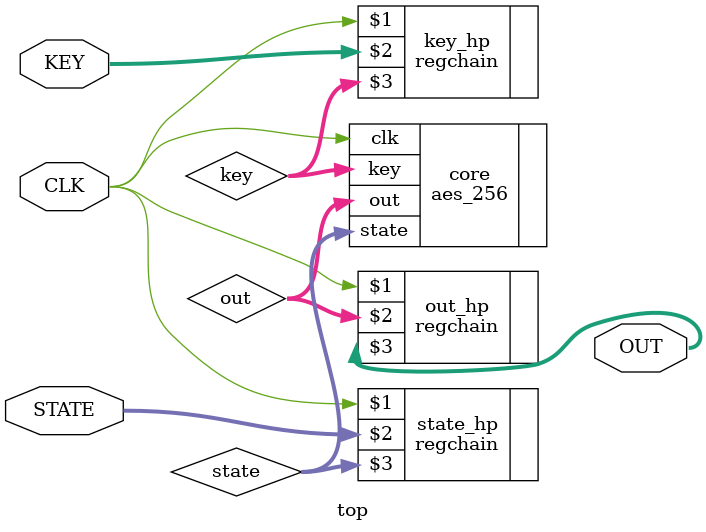
<source format=v>
/*
 * Copyright 2018, Tian Tan
 *
 * Licensed under the Apache License, Version 2.0 (the "License");
 * you may not use this file except in compliance with the License.
 * You may obtain a copy of the License at
 *
 * http://www.apache.org/licenses/LICENSE-2.0
 *
 * Unless required by applicable law or agreed to in writing, software
 * distributed under the License is distributed on an "AS IS" BASIS,
 * WITHOUT WARRANTIES OR CONDITIONS OF ANY KIND, either express or implied.
 * See the License for the specific language governing permissions and
 * limitations under the License.
 */

// module aes_256_wrapper
module top
(
	input		CLK,
	input	[127:0]	STATE,
	input	[255:0]	KEY,
	output	[127:0]	OUT
);

	wire	[127:0]	state;
	wire	[255:0]	key;
	wire	[127:0]	out;

`ifdef TTDSE
	regchain #(`NUM_FRONT, 128) state_hp(CLK, STATE, state);
	regchain #(`NUM_FRONT, 256) key_hp(CLK, KEY, key);
`else
	regchain #(0, 128) state_hp(CLK, STATE, state);

	regchain #(0, 256) key_hp(CLK, KEY, key);
`endif

	aes_256 core
	(
		.clk(CLK),
		.state(state),
		.key(key),
		.out(out)
	);

`ifdef TTDSE
	regchain #(`NUM_BACK, 128) out_hp(CLK, out, OUT);
`else
	regchain #(0, 128) out_hp(CLK, out, OUT);
`endif

endmodule

</source>
